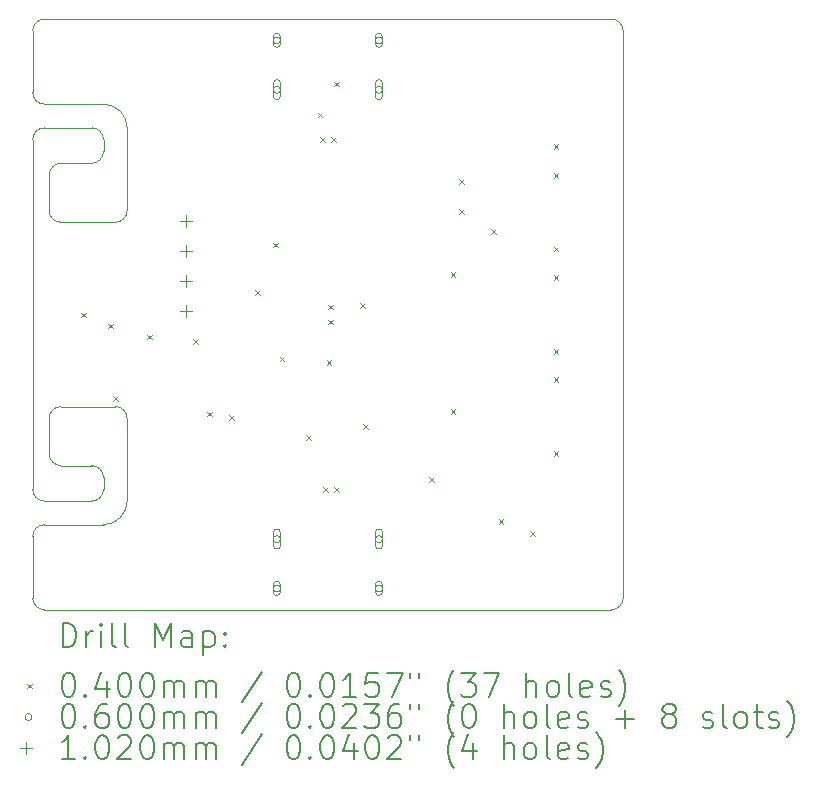
<source format=gbr>
%TF.GenerationSoftware,KiCad,Pcbnew,7.0.10*%
%TF.CreationDate,2024-01-03T21:58:40+01:00*%
%TF.ProjectId,fosmometer,666f736d-6f6d-4657-9465-722e6b696361,rev?*%
%TF.SameCoordinates,Original*%
%TF.FileFunction,Drillmap*%
%TF.FilePolarity,Positive*%
%FSLAX45Y45*%
G04 Gerber Fmt 4.5, Leading zero omitted, Abs format (unit mm)*
G04 Created by KiCad (PCBNEW 7.0.10) date 2024-01-03 21:58:40*
%MOMM*%
%LPD*%
G01*
G04 APERTURE LIST*
%ADD10C,0.100000*%
%ADD11C,0.200000*%
%ADD12C,0.102000*%
G04 APERTURE END LIST*
D10*
X10700000Y-14220000D02*
G75*
G03*
X10800000Y-14120000I0J100000D01*
G01*
X10800000Y-15880000D02*
G75*
G03*
X10700000Y-15780000I-100000J0D01*
G01*
X10140000Y-15880000D02*
X10140000Y-16180000D01*
X10140000Y-16180000D02*
G75*
G03*
X10240000Y-16280000I100000J0D01*
G01*
X10240000Y-15780000D02*
G75*
G03*
X10140000Y-15880000I0J-100000D01*
G01*
X10140000Y-13820000D02*
X10140000Y-14120000D01*
X10140000Y-14120000D02*
G75*
G03*
X10240000Y-14220000I100000J0D01*
G01*
X10240000Y-13720000D02*
G75*
G03*
X10140000Y-13820000I0J-100000D01*
G01*
X10700000Y-15780000D02*
X10240000Y-15780000D01*
X10800000Y-16580000D02*
X10800000Y-15880000D01*
X10700000Y-14220000D02*
X10240000Y-14220000D01*
X10800000Y-13420000D02*
X10800000Y-14120000D01*
X10600000Y-13620000D02*
X10600000Y-13520000D01*
X10600000Y-16480000D02*
X10600000Y-16380000D01*
X10600000Y-16380000D02*
G75*
G03*
X10500000Y-16280000I-100000J0D01*
G01*
X10240000Y-16280000D02*
X10500000Y-16280000D01*
X10240000Y-13720000D02*
X10500000Y-13720000D01*
X10500000Y-13720000D02*
G75*
G03*
X10600000Y-13620000I0J100000D01*
G01*
X10100000Y-16780000D02*
X10600000Y-16780000D01*
X10600000Y-16780000D02*
G75*
G03*
X10800000Y-16580000I0J200000D01*
G01*
X10000000Y-16480000D02*
G75*
G03*
X10100000Y-16580000I100000J0D01*
G01*
X10500000Y-16580000D02*
G75*
G03*
X10600000Y-16480000I0J100000D01*
G01*
X10100000Y-16580000D02*
X10500000Y-16580000D01*
X10000000Y-13520000D02*
X10000000Y-16480000D01*
X10600000Y-13520000D02*
G75*
G03*
X10500000Y-13420000I-100000J0D01*
G01*
X10100000Y-13420000D02*
X10500000Y-13420000D01*
X10100000Y-13420000D02*
G75*
G03*
X10000000Y-13520000I0J-100000D01*
G01*
X10800000Y-13420000D02*
G75*
G03*
X10600000Y-13220000I-200000J0D01*
G01*
X10000000Y-12600000D02*
X10000000Y-13120000D01*
X10100000Y-13220000D02*
X10600000Y-13220000D01*
X10000000Y-13120000D02*
G75*
G03*
X10100000Y-13220000I100000J0D01*
G01*
X10100000Y-16780000D02*
G75*
G03*
X10000000Y-16880000I0J-100000D01*
G01*
X15000000Y-12600000D02*
G75*
G03*
X14900000Y-12500000I-100000J0D01*
G01*
X10100000Y-12500000D02*
G75*
G03*
X10000000Y-12600000I0J-100000D01*
G01*
X10000000Y-16880000D02*
X10000000Y-17400000D01*
X10000000Y-17400000D02*
G75*
G03*
X10100000Y-17500000I100000J0D01*
G01*
X10100000Y-17500000D02*
X14900000Y-17500000D01*
X14900000Y-12500000D02*
X10100000Y-12500000D01*
X15000000Y-17400000D02*
X15000000Y-12600000D01*
X14900000Y-17500000D02*
G75*
G03*
X15000000Y-17400000I0J100000D01*
G01*
D11*
D10*
X10413000Y-14983750D02*
X10453000Y-15023750D01*
X10453000Y-14983750D02*
X10413000Y-15023750D01*
X10640500Y-15078750D02*
X10680500Y-15118750D01*
X10680500Y-15078750D02*
X10640500Y-15118750D01*
X10683750Y-15690000D02*
X10723750Y-15730000D01*
X10723750Y-15690000D02*
X10683750Y-15730000D01*
X10970000Y-15170000D02*
X11010000Y-15210000D01*
X11010000Y-15170000D02*
X10970000Y-15210000D01*
X11357000Y-15210500D02*
X11397000Y-15250500D01*
X11397000Y-15210500D02*
X11357000Y-15250500D01*
X11477000Y-15823500D02*
X11517000Y-15863500D01*
X11517000Y-15823500D02*
X11477000Y-15863500D01*
X11662000Y-15854750D02*
X11702000Y-15894750D01*
X11702000Y-15854750D02*
X11662000Y-15894750D01*
X11884750Y-14793500D02*
X11924750Y-14833500D01*
X11924750Y-14793500D02*
X11884750Y-14833500D01*
X12037000Y-14392500D02*
X12077000Y-14432500D01*
X12077000Y-14392500D02*
X12037000Y-14432500D01*
X12090500Y-15357000D02*
X12130500Y-15397000D01*
X12130500Y-15357000D02*
X12090500Y-15397000D01*
X12315000Y-16023000D02*
X12355000Y-16063000D01*
X12355000Y-16023000D02*
X12315000Y-16063000D01*
X12413569Y-13291998D02*
X12453569Y-13331998D01*
X12453569Y-13291998D02*
X12413569Y-13331998D01*
X12432500Y-13497000D02*
X12472500Y-13537000D01*
X12472500Y-13497000D02*
X12432500Y-13537000D01*
X12457500Y-16463000D02*
X12497500Y-16503000D01*
X12497500Y-16463000D02*
X12457500Y-16503000D01*
X12490000Y-15390000D02*
X12530000Y-15430000D01*
X12530000Y-15390000D02*
X12490000Y-15430000D01*
X12503000Y-14916500D02*
X12543000Y-14956500D01*
X12543000Y-14916500D02*
X12503000Y-14956500D01*
X12503000Y-15043500D02*
X12543000Y-15083500D01*
X12543000Y-15043500D02*
X12503000Y-15083500D01*
X12527500Y-13497000D02*
X12567500Y-13537000D01*
X12567500Y-13497000D02*
X12527500Y-13537000D01*
X12552500Y-16463000D02*
X12592500Y-16503000D01*
X12592500Y-16463000D02*
X12552500Y-16503000D01*
X12555000Y-13030000D02*
X12595000Y-13070000D01*
X12595000Y-13030000D02*
X12555000Y-13070000D01*
X12770000Y-14906000D02*
X12810000Y-14946000D01*
X12810000Y-14906000D02*
X12770000Y-14946000D01*
X12797000Y-15927000D02*
X12837000Y-15967000D01*
X12837000Y-15927000D02*
X12797000Y-15967000D01*
X13360000Y-16380000D02*
X13400000Y-16420000D01*
X13400000Y-16380000D02*
X13360000Y-16420000D01*
X13540000Y-14640000D02*
X13580000Y-14680000D01*
X13580000Y-14640000D02*
X13540000Y-14680000D01*
X13540000Y-15800000D02*
X13580000Y-15840000D01*
X13580000Y-15800000D02*
X13540000Y-15840000D01*
X13612870Y-13853000D02*
X13652870Y-13893000D01*
X13652870Y-13853000D02*
X13612870Y-13893000D01*
X13612870Y-14107000D02*
X13652870Y-14147000D01*
X13652870Y-14107000D02*
X13612870Y-14147000D01*
X13880000Y-14280000D02*
X13920000Y-14320000D01*
X13920000Y-14280000D02*
X13880000Y-14320000D01*
X13945000Y-16733250D02*
X13985000Y-16773250D01*
X13985000Y-16733250D02*
X13945000Y-16773250D01*
X14215000Y-16835750D02*
X14255000Y-16875750D01*
X14255000Y-16835750D02*
X14215000Y-16875750D01*
X14410000Y-13561000D02*
X14450000Y-13601000D01*
X14450000Y-13561000D02*
X14410000Y-13601000D01*
X14410000Y-13801000D02*
X14450000Y-13841000D01*
X14450000Y-13801000D02*
X14410000Y-13841000D01*
X14410000Y-14427000D02*
X14450000Y-14467000D01*
X14450000Y-14427000D02*
X14410000Y-14467000D01*
X14410000Y-14667000D02*
X14450000Y-14707000D01*
X14450000Y-14667000D02*
X14410000Y-14707000D01*
X14410000Y-15293000D02*
X14450000Y-15333000D01*
X14450000Y-15293000D02*
X14410000Y-15333000D01*
X14410000Y-15533000D02*
X14450000Y-15573000D01*
X14450000Y-15533000D02*
X14410000Y-15573000D01*
X14410000Y-16159000D02*
X14450000Y-16199000D01*
X14450000Y-16159000D02*
X14410000Y-16199000D01*
X12098000Y-12680000D02*
G75*
G03*
X12038000Y-12680000I-30000J0D01*
G01*
X12038000Y-12680000D02*
G75*
G03*
X12098000Y-12680000I30000J0D01*
G01*
X12098000Y-12710000D02*
X12098000Y-12650000D01*
X12098000Y-12650000D02*
G75*
G03*
X12038000Y-12650000I-30000J0D01*
G01*
X12038000Y-12650000D02*
X12038000Y-12710000D01*
X12038000Y-12710000D02*
G75*
G03*
X12098000Y-12710000I30000J0D01*
G01*
X12098000Y-13098000D02*
G75*
G03*
X12038000Y-13098000I-30000J0D01*
G01*
X12038000Y-13098000D02*
G75*
G03*
X12098000Y-13098000I30000J0D01*
G01*
X12098000Y-13153000D02*
X12098000Y-13043000D01*
X12098000Y-13043000D02*
G75*
G03*
X12038000Y-13043000I-30000J0D01*
G01*
X12038000Y-13043000D02*
X12038000Y-13153000D01*
X12038000Y-13153000D02*
G75*
G03*
X12098000Y-13153000I30000J0D01*
G01*
X12098000Y-16902000D02*
G75*
G03*
X12038000Y-16902000I-30000J0D01*
G01*
X12038000Y-16902000D02*
G75*
G03*
X12098000Y-16902000I30000J0D01*
G01*
X12038000Y-16847000D02*
X12038000Y-16957000D01*
X12038000Y-16957000D02*
G75*
G03*
X12098000Y-16957000I30000J0D01*
G01*
X12098000Y-16957000D02*
X12098000Y-16847000D01*
X12098000Y-16847000D02*
G75*
G03*
X12038000Y-16847000I-30000J0D01*
G01*
X12098000Y-17320000D02*
G75*
G03*
X12038000Y-17320000I-30000J0D01*
G01*
X12038000Y-17320000D02*
G75*
G03*
X12098000Y-17320000I30000J0D01*
G01*
X12038000Y-17290000D02*
X12038000Y-17350000D01*
X12038000Y-17350000D02*
G75*
G03*
X12098000Y-17350000I30000J0D01*
G01*
X12098000Y-17350000D02*
X12098000Y-17290000D01*
X12098000Y-17290000D02*
G75*
G03*
X12038000Y-17290000I-30000J0D01*
G01*
X12962000Y-12680000D02*
G75*
G03*
X12902000Y-12680000I-30000J0D01*
G01*
X12902000Y-12680000D02*
G75*
G03*
X12962000Y-12680000I30000J0D01*
G01*
X12962000Y-12710000D02*
X12962000Y-12650000D01*
X12962000Y-12650000D02*
G75*
G03*
X12902000Y-12650000I-30000J0D01*
G01*
X12902000Y-12650000D02*
X12902000Y-12710000D01*
X12902000Y-12710000D02*
G75*
G03*
X12962000Y-12710000I30000J0D01*
G01*
X12962000Y-13098000D02*
G75*
G03*
X12902000Y-13098000I-30000J0D01*
G01*
X12902000Y-13098000D02*
G75*
G03*
X12962000Y-13098000I30000J0D01*
G01*
X12962000Y-13153000D02*
X12962000Y-13043000D01*
X12962000Y-13043000D02*
G75*
G03*
X12902000Y-13043000I-30000J0D01*
G01*
X12902000Y-13043000D02*
X12902000Y-13153000D01*
X12902000Y-13153000D02*
G75*
G03*
X12962000Y-13153000I30000J0D01*
G01*
X12962000Y-16902000D02*
G75*
G03*
X12902000Y-16902000I-30000J0D01*
G01*
X12902000Y-16902000D02*
G75*
G03*
X12962000Y-16902000I30000J0D01*
G01*
X12902000Y-16847000D02*
X12902000Y-16957000D01*
X12902000Y-16957000D02*
G75*
G03*
X12962000Y-16957000I30000J0D01*
G01*
X12962000Y-16957000D02*
X12962000Y-16847000D01*
X12962000Y-16847000D02*
G75*
G03*
X12902000Y-16847000I-30000J0D01*
G01*
X12962000Y-17320000D02*
G75*
G03*
X12902000Y-17320000I-30000J0D01*
G01*
X12902000Y-17320000D02*
G75*
G03*
X12962000Y-17320000I30000J0D01*
G01*
X12902000Y-17290000D02*
X12902000Y-17350000D01*
X12902000Y-17350000D02*
G75*
G03*
X12962000Y-17350000I30000J0D01*
G01*
X12962000Y-17350000D02*
X12962000Y-17290000D01*
X12962000Y-17290000D02*
G75*
G03*
X12902000Y-17290000I-30000J0D01*
G01*
D12*
X11299000Y-14155500D02*
X11299000Y-14257500D01*
X11248000Y-14206500D02*
X11350000Y-14206500D01*
X11299000Y-14409500D02*
X11299000Y-14511500D01*
X11248000Y-14460500D02*
X11350000Y-14460500D01*
X11299000Y-14663500D02*
X11299000Y-14765500D01*
X11248000Y-14714500D02*
X11350000Y-14714500D01*
X11299000Y-14917500D02*
X11299000Y-15019500D01*
X11248000Y-14968500D02*
X11350000Y-14968500D01*
D11*
X10255777Y-17816484D02*
X10255777Y-17616484D01*
X10255777Y-17616484D02*
X10303396Y-17616484D01*
X10303396Y-17616484D02*
X10331967Y-17626008D01*
X10331967Y-17626008D02*
X10351015Y-17645055D01*
X10351015Y-17645055D02*
X10360539Y-17664103D01*
X10360539Y-17664103D02*
X10370063Y-17702198D01*
X10370063Y-17702198D02*
X10370063Y-17730770D01*
X10370063Y-17730770D02*
X10360539Y-17768865D01*
X10360539Y-17768865D02*
X10351015Y-17787912D01*
X10351015Y-17787912D02*
X10331967Y-17806960D01*
X10331967Y-17806960D02*
X10303396Y-17816484D01*
X10303396Y-17816484D02*
X10255777Y-17816484D01*
X10455777Y-17816484D02*
X10455777Y-17683150D01*
X10455777Y-17721246D02*
X10465301Y-17702198D01*
X10465301Y-17702198D02*
X10474824Y-17692674D01*
X10474824Y-17692674D02*
X10493872Y-17683150D01*
X10493872Y-17683150D02*
X10512920Y-17683150D01*
X10579586Y-17816484D02*
X10579586Y-17683150D01*
X10579586Y-17616484D02*
X10570063Y-17626008D01*
X10570063Y-17626008D02*
X10579586Y-17635531D01*
X10579586Y-17635531D02*
X10589110Y-17626008D01*
X10589110Y-17626008D02*
X10579586Y-17616484D01*
X10579586Y-17616484D02*
X10579586Y-17635531D01*
X10703396Y-17816484D02*
X10684348Y-17806960D01*
X10684348Y-17806960D02*
X10674824Y-17787912D01*
X10674824Y-17787912D02*
X10674824Y-17616484D01*
X10808158Y-17816484D02*
X10789110Y-17806960D01*
X10789110Y-17806960D02*
X10779586Y-17787912D01*
X10779586Y-17787912D02*
X10779586Y-17616484D01*
X11036729Y-17816484D02*
X11036729Y-17616484D01*
X11036729Y-17616484D02*
X11103396Y-17759341D01*
X11103396Y-17759341D02*
X11170063Y-17616484D01*
X11170063Y-17616484D02*
X11170063Y-17816484D01*
X11351015Y-17816484D02*
X11351015Y-17711722D01*
X11351015Y-17711722D02*
X11341491Y-17692674D01*
X11341491Y-17692674D02*
X11322443Y-17683150D01*
X11322443Y-17683150D02*
X11284348Y-17683150D01*
X11284348Y-17683150D02*
X11265301Y-17692674D01*
X11351015Y-17806960D02*
X11331967Y-17816484D01*
X11331967Y-17816484D02*
X11284348Y-17816484D01*
X11284348Y-17816484D02*
X11265301Y-17806960D01*
X11265301Y-17806960D02*
X11255777Y-17787912D01*
X11255777Y-17787912D02*
X11255777Y-17768865D01*
X11255777Y-17768865D02*
X11265301Y-17749817D01*
X11265301Y-17749817D02*
X11284348Y-17740293D01*
X11284348Y-17740293D02*
X11331967Y-17740293D01*
X11331967Y-17740293D02*
X11351015Y-17730770D01*
X11446253Y-17683150D02*
X11446253Y-17883150D01*
X11446253Y-17692674D02*
X11465301Y-17683150D01*
X11465301Y-17683150D02*
X11503396Y-17683150D01*
X11503396Y-17683150D02*
X11522443Y-17692674D01*
X11522443Y-17692674D02*
X11531967Y-17702198D01*
X11531967Y-17702198D02*
X11541491Y-17721246D01*
X11541491Y-17721246D02*
X11541491Y-17778389D01*
X11541491Y-17778389D02*
X11531967Y-17797436D01*
X11531967Y-17797436D02*
X11522443Y-17806960D01*
X11522443Y-17806960D02*
X11503396Y-17816484D01*
X11503396Y-17816484D02*
X11465301Y-17816484D01*
X11465301Y-17816484D02*
X11446253Y-17806960D01*
X11627205Y-17797436D02*
X11636729Y-17806960D01*
X11636729Y-17806960D02*
X11627205Y-17816484D01*
X11627205Y-17816484D02*
X11617682Y-17806960D01*
X11617682Y-17806960D02*
X11627205Y-17797436D01*
X11627205Y-17797436D02*
X11627205Y-17816484D01*
X11627205Y-17692674D02*
X11636729Y-17702198D01*
X11636729Y-17702198D02*
X11627205Y-17711722D01*
X11627205Y-17711722D02*
X11617682Y-17702198D01*
X11617682Y-17702198D02*
X11627205Y-17692674D01*
X11627205Y-17692674D02*
X11627205Y-17711722D01*
D10*
X9955000Y-18125000D02*
X9995000Y-18165000D01*
X9995000Y-18125000D02*
X9955000Y-18165000D01*
D11*
X10293872Y-18036484D02*
X10312920Y-18036484D01*
X10312920Y-18036484D02*
X10331967Y-18046008D01*
X10331967Y-18046008D02*
X10341491Y-18055531D01*
X10341491Y-18055531D02*
X10351015Y-18074579D01*
X10351015Y-18074579D02*
X10360539Y-18112674D01*
X10360539Y-18112674D02*
X10360539Y-18160293D01*
X10360539Y-18160293D02*
X10351015Y-18198389D01*
X10351015Y-18198389D02*
X10341491Y-18217436D01*
X10341491Y-18217436D02*
X10331967Y-18226960D01*
X10331967Y-18226960D02*
X10312920Y-18236484D01*
X10312920Y-18236484D02*
X10293872Y-18236484D01*
X10293872Y-18236484D02*
X10274824Y-18226960D01*
X10274824Y-18226960D02*
X10265301Y-18217436D01*
X10265301Y-18217436D02*
X10255777Y-18198389D01*
X10255777Y-18198389D02*
X10246253Y-18160293D01*
X10246253Y-18160293D02*
X10246253Y-18112674D01*
X10246253Y-18112674D02*
X10255777Y-18074579D01*
X10255777Y-18074579D02*
X10265301Y-18055531D01*
X10265301Y-18055531D02*
X10274824Y-18046008D01*
X10274824Y-18046008D02*
X10293872Y-18036484D01*
X10446253Y-18217436D02*
X10455777Y-18226960D01*
X10455777Y-18226960D02*
X10446253Y-18236484D01*
X10446253Y-18236484D02*
X10436729Y-18226960D01*
X10436729Y-18226960D02*
X10446253Y-18217436D01*
X10446253Y-18217436D02*
X10446253Y-18236484D01*
X10627205Y-18103150D02*
X10627205Y-18236484D01*
X10579586Y-18026960D02*
X10531967Y-18169817D01*
X10531967Y-18169817D02*
X10655777Y-18169817D01*
X10770063Y-18036484D02*
X10789110Y-18036484D01*
X10789110Y-18036484D02*
X10808158Y-18046008D01*
X10808158Y-18046008D02*
X10817682Y-18055531D01*
X10817682Y-18055531D02*
X10827205Y-18074579D01*
X10827205Y-18074579D02*
X10836729Y-18112674D01*
X10836729Y-18112674D02*
X10836729Y-18160293D01*
X10836729Y-18160293D02*
X10827205Y-18198389D01*
X10827205Y-18198389D02*
X10817682Y-18217436D01*
X10817682Y-18217436D02*
X10808158Y-18226960D01*
X10808158Y-18226960D02*
X10789110Y-18236484D01*
X10789110Y-18236484D02*
X10770063Y-18236484D01*
X10770063Y-18236484D02*
X10751015Y-18226960D01*
X10751015Y-18226960D02*
X10741491Y-18217436D01*
X10741491Y-18217436D02*
X10731967Y-18198389D01*
X10731967Y-18198389D02*
X10722444Y-18160293D01*
X10722444Y-18160293D02*
X10722444Y-18112674D01*
X10722444Y-18112674D02*
X10731967Y-18074579D01*
X10731967Y-18074579D02*
X10741491Y-18055531D01*
X10741491Y-18055531D02*
X10751015Y-18046008D01*
X10751015Y-18046008D02*
X10770063Y-18036484D01*
X10960539Y-18036484D02*
X10979586Y-18036484D01*
X10979586Y-18036484D02*
X10998634Y-18046008D01*
X10998634Y-18046008D02*
X11008158Y-18055531D01*
X11008158Y-18055531D02*
X11017682Y-18074579D01*
X11017682Y-18074579D02*
X11027205Y-18112674D01*
X11027205Y-18112674D02*
X11027205Y-18160293D01*
X11027205Y-18160293D02*
X11017682Y-18198389D01*
X11017682Y-18198389D02*
X11008158Y-18217436D01*
X11008158Y-18217436D02*
X10998634Y-18226960D01*
X10998634Y-18226960D02*
X10979586Y-18236484D01*
X10979586Y-18236484D02*
X10960539Y-18236484D01*
X10960539Y-18236484D02*
X10941491Y-18226960D01*
X10941491Y-18226960D02*
X10931967Y-18217436D01*
X10931967Y-18217436D02*
X10922444Y-18198389D01*
X10922444Y-18198389D02*
X10912920Y-18160293D01*
X10912920Y-18160293D02*
X10912920Y-18112674D01*
X10912920Y-18112674D02*
X10922444Y-18074579D01*
X10922444Y-18074579D02*
X10931967Y-18055531D01*
X10931967Y-18055531D02*
X10941491Y-18046008D01*
X10941491Y-18046008D02*
X10960539Y-18036484D01*
X11112920Y-18236484D02*
X11112920Y-18103150D01*
X11112920Y-18122198D02*
X11122444Y-18112674D01*
X11122444Y-18112674D02*
X11141491Y-18103150D01*
X11141491Y-18103150D02*
X11170063Y-18103150D01*
X11170063Y-18103150D02*
X11189110Y-18112674D01*
X11189110Y-18112674D02*
X11198634Y-18131722D01*
X11198634Y-18131722D02*
X11198634Y-18236484D01*
X11198634Y-18131722D02*
X11208158Y-18112674D01*
X11208158Y-18112674D02*
X11227205Y-18103150D01*
X11227205Y-18103150D02*
X11255777Y-18103150D01*
X11255777Y-18103150D02*
X11274824Y-18112674D01*
X11274824Y-18112674D02*
X11284348Y-18131722D01*
X11284348Y-18131722D02*
X11284348Y-18236484D01*
X11379586Y-18236484D02*
X11379586Y-18103150D01*
X11379586Y-18122198D02*
X11389110Y-18112674D01*
X11389110Y-18112674D02*
X11408158Y-18103150D01*
X11408158Y-18103150D02*
X11436729Y-18103150D01*
X11436729Y-18103150D02*
X11455777Y-18112674D01*
X11455777Y-18112674D02*
X11465301Y-18131722D01*
X11465301Y-18131722D02*
X11465301Y-18236484D01*
X11465301Y-18131722D02*
X11474824Y-18112674D01*
X11474824Y-18112674D02*
X11493872Y-18103150D01*
X11493872Y-18103150D02*
X11522443Y-18103150D01*
X11522443Y-18103150D02*
X11541491Y-18112674D01*
X11541491Y-18112674D02*
X11551015Y-18131722D01*
X11551015Y-18131722D02*
X11551015Y-18236484D01*
X11941491Y-18026960D02*
X11770063Y-18284103D01*
X12198634Y-18036484D02*
X12217682Y-18036484D01*
X12217682Y-18036484D02*
X12236729Y-18046008D01*
X12236729Y-18046008D02*
X12246253Y-18055531D01*
X12246253Y-18055531D02*
X12255777Y-18074579D01*
X12255777Y-18074579D02*
X12265301Y-18112674D01*
X12265301Y-18112674D02*
X12265301Y-18160293D01*
X12265301Y-18160293D02*
X12255777Y-18198389D01*
X12255777Y-18198389D02*
X12246253Y-18217436D01*
X12246253Y-18217436D02*
X12236729Y-18226960D01*
X12236729Y-18226960D02*
X12217682Y-18236484D01*
X12217682Y-18236484D02*
X12198634Y-18236484D01*
X12198634Y-18236484D02*
X12179586Y-18226960D01*
X12179586Y-18226960D02*
X12170063Y-18217436D01*
X12170063Y-18217436D02*
X12160539Y-18198389D01*
X12160539Y-18198389D02*
X12151015Y-18160293D01*
X12151015Y-18160293D02*
X12151015Y-18112674D01*
X12151015Y-18112674D02*
X12160539Y-18074579D01*
X12160539Y-18074579D02*
X12170063Y-18055531D01*
X12170063Y-18055531D02*
X12179586Y-18046008D01*
X12179586Y-18046008D02*
X12198634Y-18036484D01*
X12351015Y-18217436D02*
X12360539Y-18226960D01*
X12360539Y-18226960D02*
X12351015Y-18236484D01*
X12351015Y-18236484D02*
X12341491Y-18226960D01*
X12341491Y-18226960D02*
X12351015Y-18217436D01*
X12351015Y-18217436D02*
X12351015Y-18236484D01*
X12484348Y-18036484D02*
X12503396Y-18036484D01*
X12503396Y-18036484D02*
X12522444Y-18046008D01*
X12522444Y-18046008D02*
X12531967Y-18055531D01*
X12531967Y-18055531D02*
X12541491Y-18074579D01*
X12541491Y-18074579D02*
X12551015Y-18112674D01*
X12551015Y-18112674D02*
X12551015Y-18160293D01*
X12551015Y-18160293D02*
X12541491Y-18198389D01*
X12541491Y-18198389D02*
X12531967Y-18217436D01*
X12531967Y-18217436D02*
X12522444Y-18226960D01*
X12522444Y-18226960D02*
X12503396Y-18236484D01*
X12503396Y-18236484D02*
X12484348Y-18236484D01*
X12484348Y-18236484D02*
X12465301Y-18226960D01*
X12465301Y-18226960D02*
X12455777Y-18217436D01*
X12455777Y-18217436D02*
X12446253Y-18198389D01*
X12446253Y-18198389D02*
X12436729Y-18160293D01*
X12436729Y-18160293D02*
X12436729Y-18112674D01*
X12436729Y-18112674D02*
X12446253Y-18074579D01*
X12446253Y-18074579D02*
X12455777Y-18055531D01*
X12455777Y-18055531D02*
X12465301Y-18046008D01*
X12465301Y-18046008D02*
X12484348Y-18036484D01*
X12741491Y-18236484D02*
X12627206Y-18236484D01*
X12684348Y-18236484D02*
X12684348Y-18036484D01*
X12684348Y-18036484D02*
X12665301Y-18065055D01*
X12665301Y-18065055D02*
X12646253Y-18084103D01*
X12646253Y-18084103D02*
X12627206Y-18093627D01*
X12922444Y-18036484D02*
X12827206Y-18036484D01*
X12827206Y-18036484D02*
X12817682Y-18131722D01*
X12817682Y-18131722D02*
X12827206Y-18122198D01*
X12827206Y-18122198D02*
X12846253Y-18112674D01*
X12846253Y-18112674D02*
X12893872Y-18112674D01*
X12893872Y-18112674D02*
X12912920Y-18122198D01*
X12912920Y-18122198D02*
X12922444Y-18131722D01*
X12922444Y-18131722D02*
X12931967Y-18150770D01*
X12931967Y-18150770D02*
X12931967Y-18198389D01*
X12931967Y-18198389D02*
X12922444Y-18217436D01*
X12922444Y-18217436D02*
X12912920Y-18226960D01*
X12912920Y-18226960D02*
X12893872Y-18236484D01*
X12893872Y-18236484D02*
X12846253Y-18236484D01*
X12846253Y-18236484D02*
X12827206Y-18226960D01*
X12827206Y-18226960D02*
X12817682Y-18217436D01*
X12998634Y-18036484D02*
X13131967Y-18036484D01*
X13131967Y-18036484D02*
X13046253Y-18236484D01*
X13198634Y-18036484D02*
X13198634Y-18074579D01*
X13274825Y-18036484D02*
X13274825Y-18074579D01*
X13570063Y-18312674D02*
X13560539Y-18303150D01*
X13560539Y-18303150D02*
X13541491Y-18274579D01*
X13541491Y-18274579D02*
X13531968Y-18255531D01*
X13531968Y-18255531D02*
X13522444Y-18226960D01*
X13522444Y-18226960D02*
X13512920Y-18179341D01*
X13512920Y-18179341D02*
X13512920Y-18141246D01*
X13512920Y-18141246D02*
X13522444Y-18093627D01*
X13522444Y-18093627D02*
X13531968Y-18065055D01*
X13531968Y-18065055D02*
X13541491Y-18046008D01*
X13541491Y-18046008D02*
X13560539Y-18017436D01*
X13560539Y-18017436D02*
X13570063Y-18007912D01*
X13627206Y-18036484D02*
X13751015Y-18036484D01*
X13751015Y-18036484D02*
X13684348Y-18112674D01*
X13684348Y-18112674D02*
X13712920Y-18112674D01*
X13712920Y-18112674D02*
X13731968Y-18122198D01*
X13731968Y-18122198D02*
X13741491Y-18131722D01*
X13741491Y-18131722D02*
X13751015Y-18150770D01*
X13751015Y-18150770D02*
X13751015Y-18198389D01*
X13751015Y-18198389D02*
X13741491Y-18217436D01*
X13741491Y-18217436D02*
X13731968Y-18226960D01*
X13731968Y-18226960D02*
X13712920Y-18236484D01*
X13712920Y-18236484D02*
X13655777Y-18236484D01*
X13655777Y-18236484D02*
X13636729Y-18226960D01*
X13636729Y-18226960D02*
X13627206Y-18217436D01*
X13817682Y-18036484D02*
X13951015Y-18036484D01*
X13951015Y-18036484D02*
X13865301Y-18236484D01*
X14179587Y-18236484D02*
X14179587Y-18036484D01*
X14265301Y-18236484D02*
X14265301Y-18131722D01*
X14265301Y-18131722D02*
X14255777Y-18112674D01*
X14255777Y-18112674D02*
X14236730Y-18103150D01*
X14236730Y-18103150D02*
X14208158Y-18103150D01*
X14208158Y-18103150D02*
X14189110Y-18112674D01*
X14189110Y-18112674D02*
X14179587Y-18122198D01*
X14389110Y-18236484D02*
X14370063Y-18226960D01*
X14370063Y-18226960D02*
X14360539Y-18217436D01*
X14360539Y-18217436D02*
X14351015Y-18198389D01*
X14351015Y-18198389D02*
X14351015Y-18141246D01*
X14351015Y-18141246D02*
X14360539Y-18122198D01*
X14360539Y-18122198D02*
X14370063Y-18112674D01*
X14370063Y-18112674D02*
X14389110Y-18103150D01*
X14389110Y-18103150D02*
X14417682Y-18103150D01*
X14417682Y-18103150D02*
X14436730Y-18112674D01*
X14436730Y-18112674D02*
X14446253Y-18122198D01*
X14446253Y-18122198D02*
X14455777Y-18141246D01*
X14455777Y-18141246D02*
X14455777Y-18198389D01*
X14455777Y-18198389D02*
X14446253Y-18217436D01*
X14446253Y-18217436D02*
X14436730Y-18226960D01*
X14436730Y-18226960D02*
X14417682Y-18236484D01*
X14417682Y-18236484D02*
X14389110Y-18236484D01*
X14570063Y-18236484D02*
X14551015Y-18226960D01*
X14551015Y-18226960D02*
X14541491Y-18207912D01*
X14541491Y-18207912D02*
X14541491Y-18036484D01*
X14722444Y-18226960D02*
X14703396Y-18236484D01*
X14703396Y-18236484D02*
X14665301Y-18236484D01*
X14665301Y-18236484D02*
X14646253Y-18226960D01*
X14646253Y-18226960D02*
X14636730Y-18207912D01*
X14636730Y-18207912D02*
X14636730Y-18131722D01*
X14636730Y-18131722D02*
X14646253Y-18112674D01*
X14646253Y-18112674D02*
X14665301Y-18103150D01*
X14665301Y-18103150D02*
X14703396Y-18103150D01*
X14703396Y-18103150D02*
X14722444Y-18112674D01*
X14722444Y-18112674D02*
X14731968Y-18131722D01*
X14731968Y-18131722D02*
X14731968Y-18150770D01*
X14731968Y-18150770D02*
X14636730Y-18169817D01*
X14808158Y-18226960D02*
X14827206Y-18236484D01*
X14827206Y-18236484D02*
X14865301Y-18236484D01*
X14865301Y-18236484D02*
X14884349Y-18226960D01*
X14884349Y-18226960D02*
X14893872Y-18207912D01*
X14893872Y-18207912D02*
X14893872Y-18198389D01*
X14893872Y-18198389D02*
X14884349Y-18179341D01*
X14884349Y-18179341D02*
X14865301Y-18169817D01*
X14865301Y-18169817D02*
X14836730Y-18169817D01*
X14836730Y-18169817D02*
X14817682Y-18160293D01*
X14817682Y-18160293D02*
X14808158Y-18141246D01*
X14808158Y-18141246D02*
X14808158Y-18131722D01*
X14808158Y-18131722D02*
X14817682Y-18112674D01*
X14817682Y-18112674D02*
X14836730Y-18103150D01*
X14836730Y-18103150D02*
X14865301Y-18103150D01*
X14865301Y-18103150D02*
X14884349Y-18112674D01*
X14960539Y-18312674D02*
X14970063Y-18303150D01*
X14970063Y-18303150D02*
X14989111Y-18274579D01*
X14989111Y-18274579D02*
X14998634Y-18255531D01*
X14998634Y-18255531D02*
X15008158Y-18226960D01*
X15008158Y-18226960D02*
X15017682Y-18179341D01*
X15017682Y-18179341D02*
X15017682Y-18141246D01*
X15017682Y-18141246D02*
X15008158Y-18093627D01*
X15008158Y-18093627D02*
X14998634Y-18065055D01*
X14998634Y-18065055D02*
X14989111Y-18046008D01*
X14989111Y-18046008D02*
X14970063Y-18017436D01*
X14970063Y-18017436D02*
X14960539Y-18007912D01*
D10*
X9995000Y-18409000D02*
G75*
G03*
X9935000Y-18409000I-30000J0D01*
G01*
X9935000Y-18409000D02*
G75*
G03*
X9995000Y-18409000I30000J0D01*
G01*
D11*
X10293872Y-18300484D02*
X10312920Y-18300484D01*
X10312920Y-18300484D02*
X10331967Y-18310008D01*
X10331967Y-18310008D02*
X10341491Y-18319531D01*
X10341491Y-18319531D02*
X10351015Y-18338579D01*
X10351015Y-18338579D02*
X10360539Y-18376674D01*
X10360539Y-18376674D02*
X10360539Y-18424293D01*
X10360539Y-18424293D02*
X10351015Y-18462389D01*
X10351015Y-18462389D02*
X10341491Y-18481436D01*
X10341491Y-18481436D02*
X10331967Y-18490960D01*
X10331967Y-18490960D02*
X10312920Y-18500484D01*
X10312920Y-18500484D02*
X10293872Y-18500484D01*
X10293872Y-18500484D02*
X10274824Y-18490960D01*
X10274824Y-18490960D02*
X10265301Y-18481436D01*
X10265301Y-18481436D02*
X10255777Y-18462389D01*
X10255777Y-18462389D02*
X10246253Y-18424293D01*
X10246253Y-18424293D02*
X10246253Y-18376674D01*
X10246253Y-18376674D02*
X10255777Y-18338579D01*
X10255777Y-18338579D02*
X10265301Y-18319531D01*
X10265301Y-18319531D02*
X10274824Y-18310008D01*
X10274824Y-18310008D02*
X10293872Y-18300484D01*
X10446253Y-18481436D02*
X10455777Y-18490960D01*
X10455777Y-18490960D02*
X10446253Y-18500484D01*
X10446253Y-18500484D02*
X10436729Y-18490960D01*
X10436729Y-18490960D02*
X10446253Y-18481436D01*
X10446253Y-18481436D02*
X10446253Y-18500484D01*
X10627205Y-18300484D02*
X10589110Y-18300484D01*
X10589110Y-18300484D02*
X10570063Y-18310008D01*
X10570063Y-18310008D02*
X10560539Y-18319531D01*
X10560539Y-18319531D02*
X10541491Y-18348103D01*
X10541491Y-18348103D02*
X10531967Y-18386198D01*
X10531967Y-18386198D02*
X10531967Y-18462389D01*
X10531967Y-18462389D02*
X10541491Y-18481436D01*
X10541491Y-18481436D02*
X10551015Y-18490960D01*
X10551015Y-18490960D02*
X10570063Y-18500484D01*
X10570063Y-18500484D02*
X10608158Y-18500484D01*
X10608158Y-18500484D02*
X10627205Y-18490960D01*
X10627205Y-18490960D02*
X10636729Y-18481436D01*
X10636729Y-18481436D02*
X10646253Y-18462389D01*
X10646253Y-18462389D02*
X10646253Y-18414770D01*
X10646253Y-18414770D02*
X10636729Y-18395722D01*
X10636729Y-18395722D02*
X10627205Y-18386198D01*
X10627205Y-18386198D02*
X10608158Y-18376674D01*
X10608158Y-18376674D02*
X10570063Y-18376674D01*
X10570063Y-18376674D02*
X10551015Y-18386198D01*
X10551015Y-18386198D02*
X10541491Y-18395722D01*
X10541491Y-18395722D02*
X10531967Y-18414770D01*
X10770063Y-18300484D02*
X10789110Y-18300484D01*
X10789110Y-18300484D02*
X10808158Y-18310008D01*
X10808158Y-18310008D02*
X10817682Y-18319531D01*
X10817682Y-18319531D02*
X10827205Y-18338579D01*
X10827205Y-18338579D02*
X10836729Y-18376674D01*
X10836729Y-18376674D02*
X10836729Y-18424293D01*
X10836729Y-18424293D02*
X10827205Y-18462389D01*
X10827205Y-18462389D02*
X10817682Y-18481436D01*
X10817682Y-18481436D02*
X10808158Y-18490960D01*
X10808158Y-18490960D02*
X10789110Y-18500484D01*
X10789110Y-18500484D02*
X10770063Y-18500484D01*
X10770063Y-18500484D02*
X10751015Y-18490960D01*
X10751015Y-18490960D02*
X10741491Y-18481436D01*
X10741491Y-18481436D02*
X10731967Y-18462389D01*
X10731967Y-18462389D02*
X10722444Y-18424293D01*
X10722444Y-18424293D02*
X10722444Y-18376674D01*
X10722444Y-18376674D02*
X10731967Y-18338579D01*
X10731967Y-18338579D02*
X10741491Y-18319531D01*
X10741491Y-18319531D02*
X10751015Y-18310008D01*
X10751015Y-18310008D02*
X10770063Y-18300484D01*
X10960539Y-18300484D02*
X10979586Y-18300484D01*
X10979586Y-18300484D02*
X10998634Y-18310008D01*
X10998634Y-18310008D02*
X11008158Y-18319531D01*
X11008158Y-18319531D02*
X11017682Y-18338579D01*
X11017682Y-18338579D02*
X11027205Y-18376674D01*
X11027205Y-18376674D02*
X11027205Y-18424293D01*
X11027205Y-18424293D02*
X11017682Y-18462389D01*
X11017682Y-18462389D02*
X11008158Y-18481436D01*
X11008158Y-18481436D02*
X10998634Y-18490960D01*
X10998634Y-18490960D02*
X10979586Y-18500484D01*
X10979586Y-18500484D02*
X10960539Y-18500484D01*
X10960539Y-18500484D02*
X10941491Y-18490960D01*
X10941491Y-18490960D02*
X10931967Y-18481436D01*
X10931967Y-18481436D02*
X10922444Y-18462389D01*
X10922444Y-18462389D02*
X10912920Y-18424293D01*
X10912920Y-18424293D02*
X10912920Y-18376674D01*
X10912920Y-18376674D02*
X10922444Y-18338579D01*
X10922444Y-18338579D02*
X10931967Y-18319531D01*
X10931967Y-18319531D02*
X10941491Y-18310008D01*
X10941491Y-18310008D02*
X10960539Y-18300484D01*
X11112920Y-18500484D02*
X11112920Y-18367150D01*
X11112920Y-18386198D02*
X11122444Y-18376674D01*
X11122444Y-18376674D02*
X11141491Y-18367150D01*
X11141491Y-18367150D02*
X11170063Y-18367150D01*
X11170063Y-18367150D02*
X11189110Y-18376674D01*
X11189110Y-18376674D02*
X11198634Y-18395722D01*
X11198634Y-18395722D02*
X11198634Y-18500484D01*
X11198634Y-18395722D02*
X11208158Y-18376674D01*
X11208158Y-18376674D02*
X11227205Y-18367150D01*
X11227205Y-18367150D02*
X11255777Y-18367150D01*
X11255777Y-18367150D02*
X11274824Y-18376674D01*
X11274824Y-18376674D02*
X11284348Y-18395722D01*
X11284348Y-18395722D02*
X11284348Y-18500484D01*
X11379586Y-18500484D02*
X11379586Y-18367150D01*
X11379586Y-18386198D02*
X11389110Y-18376674D01*
X11389110Y-18376674D02*
X11408158Y-18367150D01*
X11408158Y-18367150D02*
X11436729Y-18367150D01*
X11436729Y-18367150D02*
X11455777Y-18376674D01*
X11455777Y-18376674D02*
X11465301Y-18395722D01*
X11465301Y-18395722D02*
X11465301Y-18500484D01*
X11465301Y-18395722D02*
X11474824Y-18376674D01*
X11474824Y-18376674D02*
X11493872Y-18367150D01*
X11493872Y-18367150D02*
X11522443Y-18367150D01*
X11522443Y-18367150D02*
X11541491Y-18376674D01*
X11541491Y-18376674D02*
X11551015Y-18395722D01*
X11551015Y-18395722D02*
X11551015Y-18500484D01*
X11941491Y-18290960D02*
X11770063Y-18548103D01*
X12198634Y-18300484D02*
X12217682Y-18300484D01*
X12217682Y-18300484D02*
X12236729Y-18310008D01*
X12236729Y-18310008D02*
X12246253Y-18319531D01*
X12246253Y-18319531D02*
X12255777Y-18338579D01*
X12255777Y-18338579D02*
X12265301Y-18376674D01*
X12265301Y-18376674D02*
X12265301Y-18424293D01*
X12265301Y-18424293D02*
X12255777Y-18462389D01*
X12255777Y-18462389D02*
X12246253Y-18481436D01*
X12246253Y-18481436D02*
X12236729Y-18490960D01*
X12236729Y-18490960D02*
X12217682Y-18500484D01*
X12217682Y-18500484D02*
X12198634Y-18500484D01*
X12198634Y-18500484D02*
X12179586Y-18490960D01*
X12179586Y-18490960D02*
X12170063Y-18481436D01*
X12170063Y-18481436D02*
X12160539Y-18462389D01*
X12160539Y-18462389D02*
X12151015Y-18424293D01*
X12151015Y-18424293D02*
X12151015Y-18376674D01*
X12151015Y-18376674D02*
X12160539Y-18338579D01*
X12160539Y-18338579D02*
X12170063Y-18319531D01*
X12170063Y-18319531D02*
X12179586Y-18310008D01*
X12179586Y-18310008D02*
X12198634Y-18300484D01*
X12351015Y-18481436D02*
X12360539Y-18490960D01*
X12360539Y-18490960D02*
X12351015Y-18500484D01*
X12351015Y-18500484D02*
X12341491Y-18490960D01*
X12341491Y-18490960D02*
X12351015Y-18481436D01*
X12351015Y-18481436D02*
X12351015Y-18500484D01*
X12484348Y-18300484D02*
X12503396Y-18300484D01*
X12503396Y-18300484D02*
X12522444Y-18310008D01*
X12522444Y-18310008D02*
X12531967Y-18319531D01*
X12531967Y-18319531D02*
X12541491Y-18338579D01*
X12541491Y-18338579D02*
X12551015Y-18376674D01*
X12551015Y-18376674D02*
X12551015Y-18424293D01*
X12551015Y-18424293D02*
X12541491Y-18462389D01*
X12541491Y-18462389D02*
X12531967Y-18481436D01*
X12531967Y-18481436D02*
X12522444Y-18490960D01*
X12522444Y-18490960D02*
X12503396Y-18500484D01*
X12503396Y-18500484D02*
X12484348Y-18500484D01*
X12484348Y-18500484D02*
X12465301Y-18490960D01*
X12465301Y-18490960D02*
X12455777Y-18481436D01*
X12455777Y-18481436D02*
X12446253Y-18462389D01*
X12446253Y-18462389D02*
X12436729Y-18424293D01*
X12436729Y-18424293D02*
X12436729Y-18376674D01*
X12436729Y-18376674D02*
X12446253Y-18338579D01*
X12446253Y-18338579D02*
X12455777Y-18319531D01*
X12455777Y-18319531D02*
X12465301Y-18310008D01*
X12465301Y-18310008D02*
X12484348Y-18300484D01*
X12627206Y-18319531D02*
X12636729Y-18310008D01*
X12636729Y-18310008D02*
X12655777Y-18300484D01*
X12655777Y-18300484D02*
X12703396Y-18300484D01*
X12703396Y-18300484D02*
X12722444Y-18310008D01*
X12722444Y-18310008D02*
X12731967Y-18319531D01*
X12731967Y-18319531D02*
X12741491Y-18338579D01*
X12741491Y-18338579D02*
X12741491Y-18357627D01*
X12741491Y-18357627D02*
X12731967Y-18386198D01*
X12731967Y-18386198D02*
X12617682Y-18500484D01*
X12617682Y-18500484D02*
X12741491Y-18500484D01*
X12808158Y-18300484D02*
X12931967Y-18300484D01*
X12931967Y-18300484D02*
X12865301Y-18376674D01*
X12865301Y-18376674D02*
X12893872Y-18376674D01*
X12893872Y-18376674D02*
X12912920Y-18386198D01*
X12912920Y-18386198D02*
X12922444Y-18395722D01*
X12922444Y-18395722D02*
X12931967Y-18414770D01*
X12931967Y-18414770D02*
X12931967Y-18462389D01*
X12931967Y-18462389D02*
X12922444Y-18481436D01*
X12922444Y-18481436D02*
X12912920Y-18490960D01*
X12912920Y-18490960D02*
X12893872Y-18500484D01*
X12893872Y-18500484D02*
X12836729Y-18500484D01*
X12836729Y-18500484D02*
X12817682Y-18490960D01*
X12817682Y-18490960D02*
X12808158Y-18481436D01*
X13103396Y-18300484D02*
X13065301Y-18300484D01*
X13065301Y-18300484D02*
X13046253Y-18310008D01*
X13046253Y-18310008D02*
X13036729Y-18319531D01*
X13036729Y-18319531D02*
X13017682Y-18348103D01*
X13017682Y-18348103D02*
X13008158Y-18386198D01*
X13008158Y-18386198D02*
X13008158Y-18462389D01*
X13008158Y-18462389D02*
X13017682Y-18481436D01*
X13017682Y-18481436D02*
X13027206Y-18490960D01*
X13027206Y-18490960D02*
X13046253Y-18500484D01*
X13046253Y-18500484D02*
X13084348Y-18500484D01*
X13084348Y-18500484D02*
X13103396Y-18490960D01*
X13103396Y-18490960D02*
X13112920Y-18481436D01*
X13112920Y-18481436D02*
X13122444Y-18462389D01*
X13122444Y-18462389D02*
X13122444Y-18414770D01*
X13122444Y-18414770D02*
X13112920Y-18395722D01*
X13112920Y-18395722D02*
X13103396Y-18386198D01*
X13103396Y-18386198D02*
X13084348Y-18376674D01*
X13084348Y-18376674D02*
X13046253Y-18376674D01*
X13046253Y-18376674D02*
X13027206Y-18386198D01*
X13027206Y-18386198D02*
X13017682Y-18395722D01*
X13017682Y-18395722D02*
X13008158Y-18414770D01*
X13198634Y-18300484D02*
X13198634Y-18338579D01*
X13274825Y-18300484D02*
X13274825Y-18338579D01*
X13570063Y-18576674D02*
X13560539Y-18567150D01*
X13560539Y-18567150D02*
X13541491Y-18538579D01*
X13541491Y-18538579D02*
X13531968Y-18519531D01*
X13531968Y-18519531D02*
X13522444Y-18490960D01*
X13522444Y-18490960D02*
X13512920Y-18443341D01*
X13512920Y-18443341D02*
X13512920Y-18405246D01*
X13512920Y-18405246D02*
X13522444Y-18357627D01*
X13522444Y-18357627D02*
X13531968Y-18329055D01*
X13531968Y-18329055D02*
X13541491Y-18310008D01*
X13541491Y-18310008D02*
X13560539Y-18281436D01*
X13560539Y-18281436D02*
X13570063Y-18271912D01*
X13684348Y-18300484D02*
X13703396Y-18300484D01*
X13703396Y-18300484D02*
X13722444Y-18310008D01*
X13722444Y-18310008D02*
X13731968Y-18319531D01*
X13731968Y-18319531D02*
X13741491Y-18338579D01*
X13741491Y-18338579D02*
X13751015Y-18376674D01*
X13751015Y-18376674D02*
X13751015Y-18424293D01*
X13751015Y-18424293D02*
X13741491Y-18462389D01*
X13741491Y-18462389D02*
X13731968Y-18481436D01*
X13731968Y-18481436D02*
X13722444Y-18490960D01*
X13722444Y-18490960D02*
X13703396Y-18500484D01*
X13703396Y-18500484D02*
X13684348Y-18500484D01*
X13684348Y-18500484D02*
X13665301Y-18490960D01*
X13665301Y-18490960D02*
X13655777Y-18481436D01*
X13655777Y-18481436D02*
X13646253Y-18462389D01*
X13646253Y-18462389D02*
X13636729Y-18424293D01*
X13636729Y-18424293D02*
X13636729Y-18376674D01*
X13636729Y-18376674D02*
X13646253Y-18338579D01*
X13646253Y-18338579D02*
X13655777Y-18319531D01*
X13655777Y-18319531D02*
X13665301Y-18310008D01*
X13665301Y-18310008D02*
X13684348Y-18300484D01*
X13989110Y-18500484D02*
X13989110Y-18300484D01*
X14074825Y-18500484D02*
X14074825Y-18395722D01*
X14074825Y-18395722D02*
X14065301Y-18376674D01*
X14065301Y-18376674D02*
X14046253Y-18367150D01*
X14046253Y-18367150D02*
X14017682Y-18367150D01*
X14017682Y-18367150D02*
X13998634Y-18376674D01*
X13998634Y-18376674D02*
X13989110Y-18386198D01*
X14198634Y-18500484D02*
X14179587Y-18490960D01*
X14179587Y-18490960D02*
X14170063Y-18481436D01*
X14170063Y-18481436D02*
X14160539Y-18462389D01*
X14160539Y-18462389D02*
X14160539Y-18405246D01*
X14160539Y-18405246D02*
X14170063Y-18386198D01*
X14170063Y-18386198D02*
X14179587Y-18376674D01*
X14179587Y-18376674D02*
X14198634Y-18367150D01*
X14198634Y-18367150D02*
X14227206Y-18367150D01*
X14227206Y-18367150D02*
X14246253Y-18376674D01*
X14246253Y-18376674D02*
X14255777Y-18386198D01*
X14255777Y-18386198D02*
X14265301Y-18405246D01*
X14265301Y-18405246D02*
X14265301Y-18462389D01*
X14265301Y-18462389D02*
X14255777Y-18481436D01*
X14255777Y-18481436D02*
X14246253Y-18490960D01*
X14246253Y-18490960D02*
X14227206Y-18500484D01*
X14227206Y-18500484D02*
X14198634Y-18500484D01*
X14379587Y-18500484D02*
X14360539Y-18490960D01*
X14360539Y-18490960D02*
X14351015Y-18471912D01*
X14351015Y-18471912D02*
X14351015Y-18300484D01*
X14531968Y-18490960D02*
X14512920Y-18500484D01*
X14512920Y-18500484D02*
X14474825Y-18500484D01*
X14474825Y-18500484D02*
X14455777Y-18490960D01*
X14455777Y-18490960D02*
X14446253Y-18471912D01*
X14446253Y-18471912D02*
X14446253Y-18395722D01*
X14446253Y-18395722D02*
X14455777Y-18376674D01*
X14455777Y-18376674D02*
X14474825Y-18367150D01*
X14474825Y-18367150D02*
X14512920Y-18367150D01*
X14512920Y-18367150D02*
X14531968Y-18376674D01*
X14531968Y-18376674D02*
X14541491Y-18395722D01*
X14541491Y-18395722D02*
X14541491Y-18414770D01*
X14541491Y-18414770D02*
X14446253Y-18433817D01*
X14617682Y-18490960D02*
X14636730Y-18500484D01*
X14636730Y-18500484D02*
X14674825Y-18500484D01*
X14674825Y-18500484D02*
X14693872Y-18490960D01*
X14693872Y-18490960D02*
X14703396Y-18471912D01*
X14703396Y-18471912D02*
X14703396Y-18462389D01*
X14703396Y-18462389D02*
X14693872Y-18443341D01*
X14693872Y-18443341D02*
X14674825Y-18433817D01*
X14674825Y-18433817D02*
X14646253Y-18433817D01*
X14646253Y-18433817D02*
X14627206Y-18424293D01*
X14627206Y-18424293D02*
X14617682Y-18405246D01*
X14617682Y-18405246D02*
X14617682Y-18395722D01*
X14617682Y-18395722D02*
X14627206Y-18376674D01*
X14627206Y-18376674D02*
X14646253Y-18367150D01*
X14646253Y-18367150D02*
X14674825Y-18367150D01*
X14674825Y-18367150D02*
X14693872Y-18376674D01*
X14941492Y-18424293D02*
X15093873Y-18424293D01*
X15017682Y-18500484D02*
X15017682Y-18348103D01*
X15370063Y-18386198D02*
X15351015Y-18376674D01*
X15351015Y-18376674D02*
X15341492Y-18367150D01*
X15341492Y-18367150D02*
X15331968Y-18348103D01*
X15331968Y-18348103D02*
X15331968Y-18338579D01*
X15331968Y-18338579D02*
X15341492Y-18319531D01*
X15341492Y-18319531D02*
X15351015Y-18310008D01*
X15351015Y-18310008D02*
X15370063Y-18300484D01*
X15370063Y-18300484D02*
X15408158Y-18300484D01*
X15408158Y-18300484D02*
X15427206Y-18310008D01*
X15427206Y-18310008D02*
X15436730Y-18319531D01*
X15436730Y-18319531D02*
X15446253Y-18338579D01*
X15446253Y-18338579D02*
X15446253Y-18348103D01*
X15446253Y-18348103D02*
X15436730Y-18367150D01*
X15436730Y-18367150D02*
X15427206Y-18376674D01*
X15427206Y-18376674D02*
X15408158Y-18386198D01*
X15408158Y-18386198D02*
X15370063Y-18386198D01*
X15370063Y-18386198D02*
X15351015Y-18395722D01*
X15351015Y-18395722D02*
X15341492Y-18405246D01*
X15341492Y-18405246D02*
X15331968Y-18424293D01*
X15331968Y-18424293D02*
X15331968Y-18462389D01*
X15331968Y-18462389D02*
X15341492Y-18481436D01*
X15341492Y-18481436D02*
X15351015Y-18490960D01*
X15351015Y-18490960D02*
X15370063Y-18500484D01*
X15370063Y-18500484D02*
X15408158Y-18500484D01*
X15408158Y-18500484D02*
X15427206Y-18490960D01*
X15427206Y-18490960D02*
X15436730Y-18481436D01*
X15436730Y-18481436D02*
X15446253Y-18462389D01*
X15446253Y-18462389D02*
X15446253Y-18424293D01*
X15446253Y-18424293D02*
X15436730Y-18405246D01*
X15436730Y-18405246D02*
X15427206Y-18395722D01*
X15427206Y-18395722D02*
X15408158Y-18386198D01*
X15674825Y-18490960D02*
X15693873Y-18500484D01*
X15693873Y-18500484D02*
X15731968Y-18500484D01*
X15731968Y-18500484D02*
X15751015Y-18490960D01*
X15751015Y-18490960D02*
X15760539Y-18471912D01*
X15760539Y-18471912D02*
X15760539Y-18462389D01*
X15760539Y-18462389D02*
X15751015Y-18443341D01*
X15751015Y-18443341D02*
X15731968Y-18433817D01*
X15731968Y-18433817D02*
X15703396Y-18433817D01*
X15703396Y-18433817D02*
X15684349Y-18424293D01*
X15684349Y-18424293D02*
X15674825Y-18405246D01*
X15674825Y-18405246D02*
X15674825Y-18395722D01*
X15674825Y-18395722D02*
X15684349Y-18376674D01*
X15684349Y-18376674D02*
X15703396Y-18367150D01*
X15703396Y-18367150D02*
X15731968Y-18367150D01*
X15731968Y-18367150D02*
X15751015Y-18376674D01*
X15874825Y-18500484D02*
X15855777Y-18490960D01*
X15855777Y-18490960D02*
X15846254Y-18471912D01*
X15846254Y-18471912D02*
X15846254Y-18300484D01*
X15979587Y-18500484D02*
X15960539Y-18490960D01*
X15960539Y-18490960D02*
X15951015Y-18481436D01*
X15951015Y-18481436D02*
X15941492Y-18462389D01*
X15941492Y-18462389D02*
X15941492Y-18405246D01*
X15941492Y-18405246D02*
X15951015Y-18386198D01*
X15951015Y-18386198D02*
X15960539Y-18376674D01*
X15960539Y-18376674D02*
X15979587Y-18367150D01*
X15979587Y-18367150D02*
X16008158Y-18367150D01*
X16008158Y-18367150D02*
X16027206Y-18376674D01*
X16027206Y-18376674D02*
X16036730Y-18386198D01*
X16036730Y-18386198D02*
X16046254Y-18405246D01*
X16046254Y-18405246D02*
X16046254Y-18462389D01*
X16046254Y-18462389D02*
X16036730Y-18481436D01*
X16036730Y-18481436D02*
X16027206Y-18490960D01*
X16027206Y-18490960D02*
X16008158Y-18500484D01*
X16008158Y-18500484D02*
X15979587Y-18500484D01*
X16103396Y-18367150D02*
X16179587Y-18367150D01*
X16131968Y-18300484D02*
X16131968Y-18471912D01*
X16131968Y-18471912D02*
X16141492Y-18490960D01*
X16141492Y-18490960D02*
X16160539Y-18500484D01*
X16160539Y-18500484D02*
X16179587Y-18500484D01*
X16236730Y-18490960D02*
X16255777Y-18500484D01*
X16255777Y-18500484D02*
X16293873Y-18500484D01*
X16293873Y-18500484D02*
X16312920Y-18490960D01*
X16312920Y-18490960D02*
X16322444Y-18471912D01*
X16322444Y-18471912D02*
X16322444Y-18462389D01*
X16322444Y-18462389D02*
X16312920Y-18443341D01*
X16312920Y-18443341D02*
X16293873Y-18433817D01*
X16293873Y-18433817D02*
X16265301Y-18433817D01*
X16265301Y-18433817D02*
X16246254Y-18424293D01*
X16246254Y-18424293D02*
X16236730Y-18405246D01*
X16236730Y-18405246D02*
X16236730Y-18395722D01*
X16236730Y-18395722D02*
X16246254Y-18376674D01*
X16246254Y-18376674D02*
X16265301Y-18367150D01*
X16265301Y-18367150D02*
X16293873Y-18367150D01*
X16293873Y-18367150D02*
X16312920Y-18376674D01*
X16389111Y-18576674D02*
X16398635Y-18567150D01*
X16398635Y-18567150D02*
X16417682Y-18538579D01*
X16417682Y-18538579D02*
X16427206Y-18519531D01*
X16427206Y-18519531D02*
X16436730Y-18490960D01*
X16436730Y-18490960D02*
X16446254Y-18443341D01*
X16446254Y-18443341D02*
X16446254Y-18405246D01*
X16446254Y-18405246D02*
X16436730Y-18357627D01*
X16436730Y-18357627D02*
X16427206Y-18329055D01*
X16427206Y-18329055D02*
X16417682Y-18310008D01*
X16417682Y-18310008D02*
X16398635Y-18281436D01*
X16398635Y-18281436D02*
X16389111Y-18271912D01*
D12*
X9944000Y-18622000D02*
X9944000Y-18724000D01*
X9893000Y-18673000D02*
X9995000Y-18673000D01*
D11*
X10360539Y-18764484D02*
X10246253Y-18764484D01*
X10303396Y-18764484D02*
X10303396Y-18564484D01*
X10303396Y-18564484D02*
X10284348Y-18593055D01*
X10284348Y-18593055D02*
X10265301Y-18612103D01*
X10265301Y-18612103D02*
X10246253Y-18621627D01*
X10446253Y-18745436D02*
X10455777Y-18754960D01*
X10455777Y-18754960D02*
X10446253Y-18764484D01*
X10446253Y-18764484D02*
X10436729Y-18754960D01*
X10436729Y-18754960D02*
X10446253Y-18745436D01*
X10446253Y-18745436D02*
X10446253Y-18764484D01*
X10579586Y-18564484D02*
X10598634Y-18564484D01*
X10598634Y-18564484D02*
X10617682Y-18574008D01*
X10617682Y-18574008D02*
X10627205Y-18583531D01*
X10627205Y-18583531D02*
X10636729Y-18602579D01*
X10636729Y-18602579D02*
X10646253Y-18640674D01*
X10646253Y-18640674D02*
X10646253Y-18688293D01*
X10646253Y-18688293D02*
X10636729Y-18726389D01*
X10636729Y-18726389D02*
X10627205Y-18745436D01*
X10627205Y-18745436D02*
X10617682Y-18754960D01*
X10617682Y-18754960D02*
X10598634Y-18764484D01*
X10598634Y-18764484D02*
X10579586Y-18764484D01*
X10579586Y-18764484D02*
X10560539Y-18754960D01*
X10560539Y-18754960D02*
X10551015Y-18745436D01*
X10551015Y-18745436D02*
X10541491Y-18726389D01*
X10541491Y-18726389D02*
X10531967Y-18688293D01*
X10531967Y-18688293D02*
X10531967Y-18640674D01*
X10531967Y-18640674D02*
X10541491Y-18602579D01*
X10541491Y-18602579D02*
X10551015Y-18583531D01*
X10551015Y-18583531D02*
X10560539Y-18574008D01*
X10560539Y-18574008D02*
X10579586Y-18564484D01*
X10722444Y-18583531D02*
X10731967Y-18574008D01*
X10731967Y-18574008D02*
X10751015Y-18564484D01*
X10751015Y-18564484D02*
X10798634Y-18564484D01*
X10798634Y-18564484D02*
X10817682Y-18574008D01*
X10817682Y-18574008D02*
X10827205Y-18583531D01*
X10827205Y-18583531D02*
X10836729Y-18602579D01*
X10836729Y-18602579D02*
X10836729Y-18621627D01*
X10836729Y-18621627D02*
X10827205Y-18650198D01*
X10827205Y-18650198D02*
X10712920Y-18764484D01*
X10712920Y-18764484D02*
X10836729Y-18764484D01*
X10960539Y-18564484D02*
X10979586Y-18564484D01*
X10979586Y-18564484D02*
X10998634Y-18574008D01*
X10998634Y-18574008D02*
X11008158Y-18583531D01*
X11008158Y-18583531D02*
X11017682Y-18602579D01*
X11017682Y-18602579D02*
X11027205Y-18640674D01*
X11027205Y-18640674D02*
X11027205Y-18688293D01*
X11027205Y-18688293D02*
X11017682Y-18726389D01*
X11017682Y-18726389D02*
X11008158Y-18745436D01*
X11008158Y-18745436D02*
X10998634Y-18754960D01*
X10998634Y-18754960D02*
X10979586Y-18764484D01*
X10979586Y-18764484D02*
X10960539Y-18764484D01*
X10960539Y-18764484D02*
X10941491Y-18754960D01*
X10941491Y-18754960D02*
X10931967Y-18745436D01*
X10931967Y-18745436D02*
X10922444Y-18726389D01*
X10922444Y-18726389D02*
X10912920Y-18688293D01*
X10912920Y-18688293D02*
X10912920Y-18640674D01*
X10912920Y-18640674D02*
X10922444Y-18602579D01*
X10922444Y-18602579D02*
X10931967Y-18583531D01*
X10931967Y-18583531D02*
X10941491Y-18574008D01*
X10941491Y-18574008D02*
X10960539Y-18564484D01*
X11112920Y-18764484D02*
X11112920Y-18631150D01*
X11112920Y-18650198D02*
X11122444Y-18640674D01*
X11122444Y-18640674D02*
X11141491Y-18631150D01*
X11141491Y-18631150D02*
X11170063Y-18631150D01*
X11170063Y-18631150D02*
X11189110Y-18640674D01*
X11189110Y-18640674D02*
X11198634Y-18659722D01*
X11198634Y-18659722D02*
X11198634Y-18764484D01*
X11198634Y-18659722D02*
X11208158Y-18640674D01*
X11208158Y-18640674D02*
X11227205Y-18631150D01*
X11227205Y-18631150D02*
X11255777Y-18631150D01*
X11255777Y-18631150D02*
X11274824Y-18640674D01*
X11274824Y-18640674D02*
X11284348Y-18659722D01*
X11284348Y-18659722D02*
X11284348Y-18764484D01*
X11379586Y-18764484D02*
X11379586Y-18631150D01*
X11379586Y-18650198D02*
X11389110Y-18640674D01*
X11389110Y-18640674D02*
X11408158Y-18631150D01*
X11408158Y-18631150D02*
X11436729Y-18631150D01*
X11436729Y-18631150D02*
X11455777Y-18640674D01*
X11455777Y-18640674D02*
X11465301Y-18659722D01*
X11465301Y-18659722D02*
X11465301Y-18764484D01*
X11465301Y-18659722D02*
X11474824Y-18640674D01*
X11474824Y-18640674D02*
X11493872Y-18631150D01*
X11493872Y-18631150D02*
X11522443Y-18631150D01*
X11522443Y-18631150D02*
X11541491Y-18640674D01*
X11541491Y-18640674D02*
X11551015Y-18659722D01*
X11551015Y-18659722D02*
X11551015Y-18764484D01*
X11941491Y-18554960D02*
X11770063Y-18812103D01*
X12198634Y-18564484D02*
X12217682Y-18564484D01*
X12217682Y-18564484D02*
X12236729Y-18574008D01*
X12236729Y-18574008D02*
X12246253Y-18583531D01*
X12246253Y-18583531D02*
X12255777Y-18602579D01*
X12255777Y-18602579D02*
X12265301Y-18640674D01*
X12265301Y-18640674D02*
X12265301Y-18688293D01*
X12265301Y-18688293D02*
X12255777Y-18726389D01*
X12255777Y-18726389D02*
X12246253Y-18745436D01*
X12246253Y-18745436D02*
X12236729Y-18754960D01*
X12236729Y-18754960D02*
X12217682Y-18764484D01*
X12217682Y-18764484D02*
X12198634Y-18764484D01*
X12198634Y-18764484D02*
X12179586Y-18754960D01*
X12179586Y-18754960D02*
X12170063Y-18745436D01*
X12170063Y-18745436D02*
X12160539Y-18726389D01*
X12160539Y-18726389D02*
X12151015Y-18688293D01*
X12151015Y-18688293D02*
X12151015Y-18640674D01*
X12151015Y-18640674D02*
X12160539Y-18602579D01*
X12160539Y-18602579D02*
X12170063Y-18583531D01*
X12170063Y-18583531D02*
X12179586Y-18574008D01*
X12179586Y-18574008D02*
X12198634Y-18564484D01*
X12351015Y-18745436D02*
X12360539Y-18754960D01*
X12360539Y-18754960D02*
X12351015Y-18764484D01*
X12351015Y-18764484D02*
X12341491Y-18754960D01*
X12341491Y-18754960D02*
X12351015Y-18745436D01*
X12351015Y-18745436D02*
X12351015Y-18764484D01*
X12484348Y-18564484D02*
X12503396Y-18564484D01*
X12503396Y-18564484D02*
X12522444Y-18574008D01*
X12522444Y-18574008D02*
X12531967Y-18583531D01*
X12531967Y-18583531D02*
X12541491Y-18602579D01*
X12541491Y-18602579D02*
X12551015Y-18640674D01*
X12551015Y-18640674D02*
X12551015Y-18688293D01*
X12551015Y-18688293D02*
X12541491Y-18726389D01*
X12541491Y-18726389D02*
X12531967Y-18745436D01*
X12531967Y-18745436D02*
X12522444Y-18754960D01*
X12522444Y-18754960D02*
X12503396Y-18764484D01*
X12503396Y-18764484D02*
X12484348Y-18764484D01*
X12484348Y-18764484D02*
X12465301Y-18754960D01*
X12465301Y-18754960D02*
X12455777Y-18745436D01*
X12455777Y-18745436D02*
X12446253Y-18726389D01*
X12446253Y-18726389D02*
X12436729Y-18688293D01*
X12436729Y-18688293D02*
X12436729Y-18640674D01*
X12436729Y-18640674D02*
X12446253Y-18602579D01*
X12446253Y-18602579D02*
X12455777Y-18583531D01*
X12455777Y-18583531D02*
X12465301Y-18574008D01*
X12465301Y-18574008D02*
X12484348Y-18564484D01*
X12722444Y-18631150D02*
X12722444Y-18764484D01*
X12674825Y-18554960D02*
X12627206Y-18697817D01*
X12627206Y-18697817D02*
X12751015Y-18697817D01*
X12865301Y-18564484D02*
X12884348Y-18564484D01*
X12884348Y-18564484D02*
X12903396Y-18574008D01*
X12903396Y-18574008D02*
X12912920Y-18583531D01*
X12912920Y-18583531D02*
X12922444Y-18602579D01*
X12922444Y-18602579D02*
X12931967Y-18640674D01*
X12931967Y-18640674D02*
X12931967Y-18688293D01*
X12931967Y-18688293D02*
X12922444Y-18726389D01*
X12922444Y-18726389D02*
X12912920Y-18745436D01*
X12912920Y-18745436D02*
X12903396Y-18754960D01*
X12903396Y-18754960D02*
X12884348Y-18764484D01*
X12884348Y-18764484D02*
X12865301Y-18764484D01*
X12865301Y-18764484D02*
X12846253Y-18754960D01*
X12846253Y-18754960D02*
X12836729Y-18745436D01*
X12836729Y-18745436D02*
X12827206Y-18726389D01*
X12827206Y-18726389D02*
X12817682Y-18688293D01*
X12817682Y-18688293D02*
X12817682Y-18640674D01*
X12817682Y-18640674D02*
X12827206Y-18602579D01*
X12827206Y-18602579D02*
X12836729Y-18583531D01*
X12836729Y-18583531D02*
X12846253Y-18574008D01*
X12846253Y-18574008D02*
X12865301Y-18564484D01*
X13008158Y-18583531D02*
X13017682Y-18574008D01*
X13017682Y-18574008D02*
X13036729Y-18564484D01*
X13036729Y-18564484D02*
X13084348Y-18564484D01*
X13084348Y-18564484D02*
X13103396Y-18574008D01*
X13103396Y-18574008D02*
X13112920Y-18583531D01*
X13112920Y-18583531D02*
X13122444Y-18602579D01*
X13122444Y-18602579D02*
X13122444Y-18621627D01*
X13122444Y-18621627D02*
X13112920Y-18650198D01*
X13112920Y-18650198D02*
X12998634Y-18764484D01*
X12998634Y-18764484D02*
X13122444Y-18764484D01*
X13198634Y-18564484D02*
X13198634Y-18602579D01*
X13274825Y-18564484D02*
X13274825Y-18602579D01*
X13570063Y-18840674D02*
X13560539Y-18831150D01*
X13560539Y-18831150D02*
X13541491Y-18802579D01*
X13541491Y-18802579D02*
X13531968Y-18783531D01*
X13531968Y-18783531D02*
X13522444Y-18754960D01*
X13522444Y-18754960D02*
X13512920Y-18707341D01*
X13512920Y-18707341D02*
X13512920Y-18669246D01*
X13512920Y-18669246D02*
X13522444Y-18621627D01*
X13522444Y-18621627D02*
X13531968Y-18593055D01*
X13531968Y-18593055D02*
X13541491Y-18574008D01*
X13541491Y-18574008D02*
X13560539Y-18545436D01*
X13560539Y-18545436D02*
X13570063Y-18535912D01*
X13731968Y-18631150D02*
X13731968Y-18764484D01*
X13684348Y-18554960D02*
X13636729Y-18697817D01*
X13636729Y-18697817D02*
X13760539Y-18697817D01*
X13989110Y-18764484D02*
X13989110Y-18564484D01*
X14074825Y-18764484D02*
X14074825Y-18659722D01*
X14074825Y-18659722D02*
X14065301Y-18640674D01*
X14065301Y-18640674D02*
X14046253Y-18631150D01*
X14046253Y-18631150D02*
X14017682Y-18631150D01*
X14017682Y-18631150D02*
X13998634Y-18640674D01*
X13998634Y-18640674D02*
X13989110Y-18650198D01*
X14198634Y-18764484D02*
X14179587Y-18754960D01*
X14179587Y-18754960D02*
X14170063Y-18745436D01*
X14170063Y-18745436D02*
X14160539Y-18726389D01*
X14160539Y-18726389D02*
X14160539Y-18669246D01*
X14160539Y-18669246D02*
X14170063Y-18650198D01*
X14170063Y-18650198D02*
X14179587Y-18640674D01*
X14179587Y-18640674D02*
X14198634Y-18631150D01*
X14198634Y-18631150D02*
X14227206Y-18631150D01*
X14227206Y-18631150D02*
X14246253Y-18640674D01*
X14246253Y-18640674D02*
X14255777Y-18650198D01*
X14255777Y-18650198D02*
X14265301Y-18669246D01*
X14265301Y-18669246D02*
X14265301Y-18726389D01*
X14265301Y-18726389D02*
X14255777Y-18745436D01*
X14255777Y-18745436D02*
X14246253Y-18754960D01*
X14246253Y-18754960D02*
X14227206Y-18764484D01*
X14227206Y-18764484D02*
X14198634Y-18764484D01*
X14379587Y-18764484D02*
X14360539Y-18754960D01*
X14360539Y-18754960D02*
X14351015Y-18735912D01*
X14351015Y-18735912D02*
X14351015Y-18564484D01*
X14531968Y-18754960D02*
X14512920Y-18764484D01*
X14512920Y-18764484D02*
X14474825Y-18764484D01*
X14474825Y-18764484D02*
X14455777Y-18754960D01*
X14455777Y-18754960D02*
X14446253Y-18735912D01*
X14446253Y-18735912D02*
X14446253Y-18659722D01*
X14446253Y-18659722D02*
X14455777Y-18640674D01*
X14455777Y-18640674D02*
X14474825Y-18631150D01*
X14474825Y-18631150D02*
X14512920Y-18631150D01*
X14512920Y-18631150D02*
X14531968Y-18640674D01*
X14531968Y-18640674D02*
X14541491Y-18659722D01*
X14541491Y-18659722D02*
X14541491Y-18678770D01*
X14541491Y-18678770D02*
X14446253Y-18697817D01*
X14617682Y-18754960D02*
X14636730Y-18764484D01*
X14636730Y-18764484D02*
X14674825Y-18764484D01*
X14674825Y-18764484D02*
X14693872Y-18754960D01*
X14693872Y-18754960D02*
X14703396Y-18735912D01*
X14703396Y-18735912D02*
X14703396Y-18726389D01*
X14703396Y-18726389D02*
X14693872Y-18707341D01*
X14693872Y-18707341D02*
X14674825Y-18697817D01*
X14674825Y-18697817D02*
X14646253Y-18697817D01*
X14646253Y-18697817D02*
X14627206Y-18688293D01*
X14627206Y-18688293D02*
X14617682Y-18669246D01*
X14617682Y-18669246D02*
X14617682Y-18659722D01*
X14617682Y-18659722D02*
X14627206Y-18640674D01*
X14627206Y-18640674D02*
X14646253Y-18631150D01*
X14646253Y-18631150D02*
X14674825Y-18631150D01*
X14674825Y-18631150D02*
X14693872Y-18640674D01*
X14770063Y-18840674D02*
X14779587Y-18831150D01*
X14779587Y-18831150D02*
X14798634Y-18802579D01*
X14798634Y-18802579D02*
X14808158Y-18783531D01*
X14808158Y-18783531D02*
X14817682Y-18754960D01*
X14817682Y-18754960D02*
X14827206Y-18707341D01*
X14827206Y-18707341D02*
X14827206Y-18669246D01*
X14827206Y-18669246D02*
X14817682Y-18621627D01*
X14817682Y-18621627D02*
X14808158Y-18593055D01*
X14808158Y-18593055D02*
X14798634Y-18574008D01*
X14798634Y-18574008D02*
X14779587Y-18545436D01*
X14779587Y-18545436D02*
X14770063Y-18535912D01*
M02*

</source>
